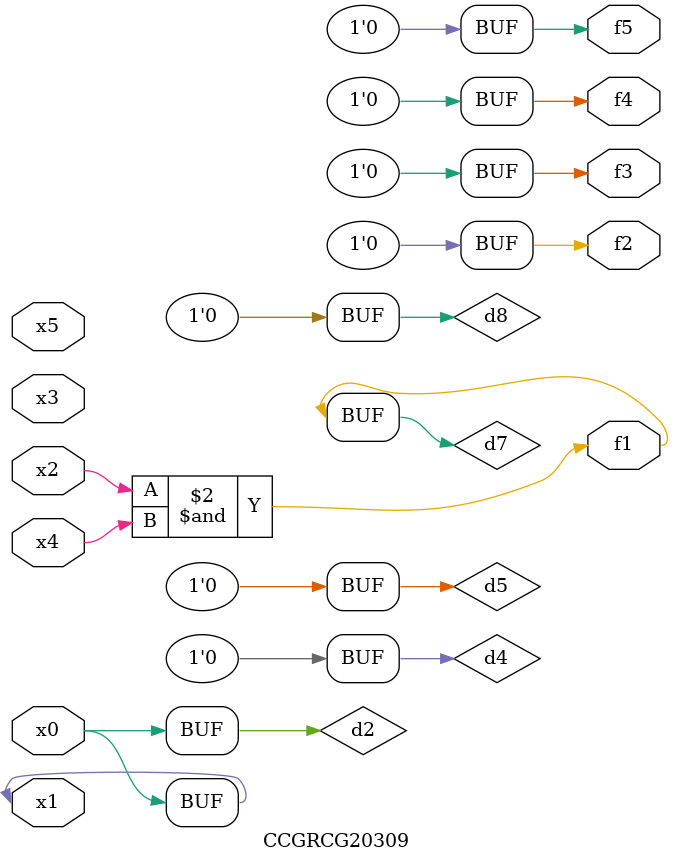
<source format=v>
module CCGRCG20309(
	input x0, x1, x2, x3, x4, x5,
	output f1, f2, f3, f4, f5
);

	wire d1, d2, d3, d4, d5, d6, d7, d8, d9;

	nand (d1, x1);
	buf (d2, x0, x1);
	nand (d3, x2, x4);
	and (d4, d1, d2);
	and (d5, d1, d2);
	nand (d6, d1, d3);
	not (d7, d3);
	xor (d8, d5);
	nor (d9, d5, d6);
	assign f1 = d7;
	assign f2 = d8;
	assign f3 = d8;
	assign f4 = d8;
	assign f5 = d8;
endmodule

</source>
